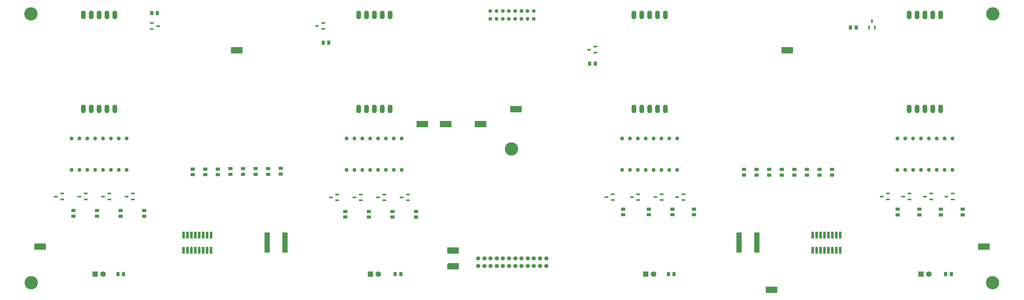
<source format=gbr>
%TF.GenerationSoftware,KiCad,Pcbnew,8.0.8-8.0.8-0~ubuntu24.04.1*%
%TF.CreationDate,2025-08-07T17:00:54-04:00*%
%TF.ProjectId,display_15_in,64697370-6c61-4795-9f31-355f696e2e6b,2*%
%TF.SameCoordinates,Original*%
%TF.FileFunction,Soldermask,Top*%
%TF.FilePolarity,Negative*%
%FSLAX46Y46*%
G04 Gerber Fmt 4.6, Leading zero omitted, Abs format (unit mm)*
G04 Created by KiCad (PCBNEW 8.0.8-8.0.8-0~ubuntu24.04.1) date 2025-08-07 17:00:54*
%MOMM*%
%LPD*%
G01*
G04 APERTURE LIST*
G04 Aperture macros list*
%AMRoundRect*
0 Rectangle with rounded corners*
0 $1 Rounding radius*
0 $2 $3 $4 $5 $6 $7 $8 $9 X,Y pos of 4 corners*
0 Add a 4 corners polygon primitive as box body*
4,1,4,$2,$3,$4,$5,$6,$7,$8,$9,$2,$3,0*
0 Add four circle primitives for the rounded corners*
1,1,$1+$1,$2,$3*
1,1,$1+$1,$4,$5*
1,1,$1+$1,$6,$7*
1,1,$1+$1,$8,$9*
0 Add four rect primitives between the rounded corners*
20,1,$1+$1,$2,$3,$4,$5,0*
20,1,$1+$1,$4,$5,$6,$7,0*
20,1,$1+$1,$6,$7,$8,$9,0*
20,1,$1+$1,$8,$9,$2,$3,0*%
%AMOutline5P*
0 Free polygon, 5 corners , with rotation*
0 The origin of the aperture is its center*
0 number of corners: always 5*
0 $1 to $10 corner X, Y*
0 $11 Rotation angle, in degrees counterclockwise*
0 create outline with 5 corners*
4,1,5,$1,$2,$3,$4,$5,$6,$7,$8,$9,$10,$1,$2,$11*%
%AMOutline6P*
0 Free polygon, 6 corners , with rotation*
0 The origin of the aperture is its center*
0 number of corners: always 6*
0 $1 to $12 corner X, Y*
0 $13 Rotation angle, in degrees counterclockwise*
0 create outline with 6 corners*
4,1,6,$1,$2,$3,$4,$5,$6,$7,$8,$9,$10,$11,$12,$1,$2,$13*%
%AMOutline7P*
0 Free polygon, 7 corners , with rotation*
0 The origin of the aperture is its center*
0 number of corners: always 7*
0 $1 to $14 corner X, Y*
0 $15 Rotation angle, in degrees counterclockwise*
0 create outline with 7 corners*
4,1,7,$1,$2,$3,$4,$5,$6,$7,$8,$9,$10,$11,$12,$13,$14,$1,$2,$15*%
%AMOutline8P*
0 Free polygon, 8 corners , with rotation*
0 The origin of the aperture is its center*
0 number of corners: always 8*
0 $1 to $16 corner X, Y*
0 $17 Rotation angle, in degrees counterclockwise*
0 create outline with 8 corners*
4,1,8,$1,$2,$3,$4,$5,$6,$7,$8,$9,$10,$11,$12,$13,$14,$15,$16,$1,$2,$17*%
G04 Aperture macros list end*
%ADD10RoundRect,0.250000X-0.450000X0.262500X-0.450000X-0.262500X0.450000X-0.262500X0.450000X0.262500X0*%
%ADD11C,1.270000*%
%ADD12R,1.800000X1.800000*%
%ADD13C,1.800000*%
%ADD14C,4.300000*%
%ADD15RoundRect,0.250000X0.450000X-0.262500X0.450000X0.262500X-0.450000X0.262500X-0.450000X-0.262500X0*%
%ADD16R,1.168400X0.533400*%
%ADD17R,3.800000X2.000000*%
%ADD18O,1.512000X2.820000*%
%ADD19RoundRect,0.100500X0.301500X-0.986500X0.301500X0.986500X-0.301500X0.986500X-0.301500X-0.986500X0*%
%ADD20RoundRect,0.250000X0.262500X0.450000X-0.262500X0.450000X-0.262500X-0.450000X0.262500X-0.450000X0*%
%ADD21RoundRect,0.250000X-0.262500X-0.450000X0.262500X-0.450000X0.262500X0.450000X-0.262500X0.450000X0*%
%ADD22R,0.533400X1.168400*%
%ADD23C,1.219200*%
%ADD24RoundRect,0.076750X0.810250X0.230250X-0.810250X0.230250X-0.810250X-0.230250X0.810250X-0.230250X0*%
%ADD25RoundRect,0.076750X-0.810250X-0.230250X0.810250X-0.230250X0.810250X0.230250X-0.810250X0.230250X0*%
%ADD26C,1.346200*%
%ADD27Outline5P,-1.900000X0.600000X-1.500000X1.000000X1.900000X1.000000X1.900000X-1.000000X-1.900000X-1.000000X0.000000*%
G04 APERTURE END LIST*
D10*
%TO.C,R9*%
X262763000Y-150274000D03*
X262763000Y-152099000D03*
%TD*%
%TO.C,R4*%
X92202000Y-150719099D03*
X92202000Y-152544099D03*
%TD*%
D11*
%TO.C,T4*%
X343027000Y-137621000D03*
X345567000Y-137621000D03*
X348107000Y-137621000D03*
X350647000Y-137621000D03*
X353187000Y-137621000D03*
X355727000Y-137621000D03*
X358267000Y-137621000D03*
X360807000Y-137621000D03*
X360807000Y-127461000D03*
X358267000Y-127461000D03*
X355727000Y-127461000D03*
X353187000Y-127461000D03*
X350647000Y-127461000D03*
X348107000Y-127461000D03*
X345567000Y-127461000D03*
X343027000Y-127461000D03*
%TD*%
D12*
%TO.C,PT2*%
X172842000Y-171276000D03*
D13*
X175382000Y-171276000D03*
%TD*%
D14*
%TO.C,REF\u002A\u002A*%
X373761000Y-174117000D03*
%TD*%
D15*
%TO.C,R25*%
X313794707Y-139272000D03*
X313794707Y-137447000D03*
%TD*%
D16*
%TO.C,M1*%
X80873600Y-147146000D03*
X80873600Y-145245998D03*
X78841600Y-146195999D03*
%TD*%
D12*
%TO.C,PT3*%
X261742000Y-171276000D03*
D13*
X264282000Y-171276000D03*
%TD*%
D17*
%TO.C,GND1*%
X370967000Y-162386000D03*
%TD*%
D14*
%TO.C,REF\u002A\u002A*%
X373888000Y-87122000D03*
%TD*%
%TO.C,REF\u002A\u002A*%
X218440000Y-130810000D03*
%TD*%
%TO.C,REF\u002A\u002A*%
X63309501Y-174117000D03*
%TD*%
D18*
%TO.C,U7*%
X169037000Y-117896000D03*
X171577000Y-117896000D03*
X174117000Y-117896000D03*
X176657000Y-117896000D03*
X179197000Y-117896000D03*
X169037000Y-87496000D03*
X171577000Y-87496000D03*
X174117000Y-87496000D03*
X176657000Y-87496000D03*
X179197000Y-87496000D03*
%TD*%
D19*
%TO.C,U4*%
X112522000Y-163591000D03*
X113792000Y-163591000D03*
X115062000Y-163591000D03*
X116332000Y-163591000D03*
X117602000Y-163591000D03*
X118872000Y-163591000D03*
X120142000Y-163591000D03*
X121412000Y-163591000D03*
X121412000Y-158641000D03*
X120142000Y-158641000D03*
X118872000Y-158641000D03*
X117602000Y-158641000D03*
X116332000Y-158641000D03*
X115062000Y-158641000D03*
X113792000Y-158641000D03*
X112522000Y-158641000D03*
%TD*%
D16*
%TO.C,M11*%
X273939000Y-147348002D03*
X273939000Y-145448000D03*
X271907000Y-146398001D03*
%TD*%
D20*
%TO.C,R35*%
X245491000Y-103204000D03*
X243666000Y-103204000D03*
%TD*%
D17*
%TO.C,PA13*%
X208407000Y-122802658D03*
%TD*%
D10*
%TO.C,R8*%
X179959000Y-151036000D03*
X179959000Y-152861000D03*
%TD*%
D20*
%TO.C,R36*%
X329715500Y-91520000D03*
X327890500Y-91520000D03*
%TD*%
D16*
%TO.C,M3*%
X96113600Y-147146000D03*
X96113600Y-145245998D03*
X94081600Y-146195999D03*
%TD*%
D10*
%TO.C,R7*%
X187579000Y-151036000D03*
X187579000Y-152861000D03*
%TD*%
D17*
%TO.C,PA12*%
X197196851Y-122802658D03*
%TD*%
D10*
%TO.C,R12*%
X270383000Y-150274000D03*
X270383000Y-152099000D03*
%TD*%
D21*
%TO.C,R34*%
X157594694Y-96476779D03*
X159419694Y-96476779D03*
%TD*%
D10*
%TO.C,R16*%
X357124000Y-150321000D03*
X357124000Y-152146000D03*
%TD*%
D16*
%TO.C,M13*%
X346964000Y-147141002D03*
X346964000Y-145241000D03*
X344932000Y-146191001D03*
%TD*%
D10*
%TO.C,R15*%
X364109000Y-150321000D03*
X364109000Y-152146000D03*
%TD*%
D15*
%TO.C,R21*%
X123571001Y-139121500D03*
X123571001Y-137296500D03*
%TD*%
D10*
%TO.C,R6*%
X164719000Y-151036000D03*
X164719000Y-152861000D03*
%TD*%
%TO.C,R5*%
X172339000Y-151036000D03*
X172339000Y-152861000D03*
%TD*%
D15*
%TO.C,R20*%
X115443001Y-139121500D03*
X115443001Y-137296500D03*
%TD*%
%TO.C,R31*%
X297538707Y-139272000D03*
X297538707Y-137447000D03*
%TD*%
D22*
%TO.C,M20*%
X333883000Y-91520000D03*
X335783002Y-91520000D03*
X334833001Y-89488000D03*
%TD*%
D10*
%TO.C,R1*%
X84582000Y-150719099D03*
X84582000Y-152544099D03*
%TD*%
D16*
%TO.C,M7*%
X184937400Y-147445802D03*
X184937400Y-145545800D03*
X182905400Y-146495801D03*
%TD*%
%TO.C,M12*%
X266954000Y-147348002D03*
X266954000Y-145448000D03*
X264922000Y-146398001D03*
%TD*%
%TO.C,M2*%
X73253600Y-147146000D03*
X73253600Y-145245998D03*
X71221600Y-146195999D03*
%TD*%
%TO.C,M18*%
X157607000Y-91962001D03*
X157607000Y-90061999D03*
X155575000Y-91012000D03*
%TD*%
D10*
%TO.C,R13*%
X350139000Y-150321000D03*
X350139000Y-152146000D03*
%TD*%
D17*
%TO.C,PA14*%
X219837000Y-117936000D03*
%TD*%
D11*
%TO.C,T1*%
X76301600Y-137597500D03*
X78841600Y-137597500D03*
X81381600Y-137597500D03*
X83921600Y-137597500D03*
X86461600Y-137597500D03*
X89001600Y-137597500D03*
X91541600Y-137597500D03*
X94081600Y-137597500D03*
X94081600Y-127437500D03*
X91541600Y-127437500D03*
X89001600Y-127437500D03*
X86461600Y-127437500D03*
X83921600Y-127437500D03*
X81381600Y-127437500D03*
X78841600Y-127437500D03*
X76301600Y-127437500D03*
%TD*%
D21*
%TO.C,R43*%
X269089500Y-171276000D03*
X270914500Y-171276000D03*
%TD*%
D16*
%TO.C,M10*%
X251079000Y-147334001D03*
X251079000Y-145433999D03*
X249047000Y-146384000D03*
%TD*%
D15*
%TO.C,R29*%
X301602707Y-139272000D03*
X301602707Y-137447000D03*
%TD*%
D14*
%TO.C,REF\u002A\u002A*%
X63246000Y-87122000D03*
%TD*%
D18*
%TO.C,U6*%
X80137000Y-117896000D03*
X82677000Y-117896000D03*
X85217000Y-117896000D03*
X87757000Y-117896000D03*
X90297000Y-117896000D03*
X80137000Y-87496000D03*
X82677000Y-87496000D03*
X85217000Y-87496000D03*
X87757000Y-87496000D03*
X90297000Y-87496000D03*
%TD*%
D17*
%TO.C,GND7*%
X129667000Y-98886000D03*
%TD*%
D15*
%TO.C,R30*%
X321922707Y-139272000D03*
X321922707Y-137447000D03*
%TD*%
D21*
%TO.C,R44*%
X358624500Y-171276000D03*
X360449500Y-171276000D03*
%TD*%
D17*
%TO.C,GND6*%
X307467000Y-98886000D03*
%TD*%
D16*
%TO.C,M14*%
X339979000Y-147141002D03*
X339979000Y-145241000D03*
X337947000Y-146191001D03*
%TD*%
D17*
%TO.C,GND8*%
X199517000Y-163656000D03*
%TD*%
D18*
%TO.C,U8*%
X257937000Y-117896000D03*
X260477000Y-117896000D03*
X263017000Y-117896000D03*
X265557000Y-117896000D03*
X268097000Y-117896000D03*
X257937000Y-87496000D03*
X260477000Y-87496000D03*
X263017000Y-87496000D03*
X265557000Y-87496000D03*
X268097000Y-87496000D03*
%TD*%
D16*
%TO.C,M6*%
X162077400Y-147445802D03*
X162077400Y-145545800D03*
X160045400Y-146495801D03*
%TD*%
%TO.C,M9*%
X259334000Y-147348002D03*
X259334000Y-145448000D03*
X257302000Y-146398001D03*
%TD*%
D15*
%TO.C,R27*%
X309730707Y-139272000D03*
X309730707Y-137447000D03*
%TD*%
D21*
%TO.C,R41*%
X91289500Y-171276000D03*
X93114500Y-171276000D03*
%TD*%
D11*
%TO.C,T3*%
X254127000Y-137574000D03*
X256667000Y-137574000D03*
X259207000Y-137574000D03*
X261747000Y-137574000D03*
X264287000Y-137574000D03*
X266827000Y-137574000D03*
X269367000Y-137574000D03*
X271907000Y-137574000D03*
X271907000Y-127414000D03*
X269367000Y-127414000D03*
X266827000Y-127414000D03*
X264287000Y-127414000D03*
X261747000Y-127414000D03*
X259207000Y-127414000D03*
X256667000Y-127414000D03*
X254127000Y-127414000D03*
%TD*%
D10*
%TO.C,R10*%
X254508000Y-150274000D03*
X254508000Y-152099000D03*
%TD*%
D17*
%TO.C,GND5*%
X302387000Y-176356000D03*
%TD*%
D15*
%TO.C,R19*%
X131699000Y-139018000D03*
X131699000Y-137193000D03*
%TD*%
%TO.C,R22*%
X143890999Y-138914500D03*
X143890999Y-137089500D03*
%TD*%
%TO.C,R17*%
X135763000Y-139018000D03*
X135763000Y-137193000D03*
%TD*%
%TO.C,R24*%
X139827000Y-139018000D03*
X139827000Y-137193000D03*
%TD*%
D16*
%TO.C,M16*%
X353949000Y-147141002D03*
X353949000Y-145241000D03*
X351917000Y-146191001D03*
%TD*%
%TO.C,M4*%
X88493600Y-147146000D03*
X88493600Y-145245998D03*
X86461600Y-146195999D03*
%TD*%
D23*
%TO.C,U1*%
X225583886Y-88726000D03*
X223583887Y-88726000D03*
X221583886Y-88726000D03*
X219583887Y-88726000D03*
X217583886Y-88726000D03*
X215583888Y-88726000D03*
X213583887Y-88726000D03*
X211583886Y-88726000D03*
X225583886Y-86186000D03*
X223583887Y-86186000D03*
X221583886Y-86186000D03*
X219583887Y-86186000D03*
X217583886Y-86186000D03*
X215583888Y-86186000D03*
X213583887Y-86186000D03*
X211583886Y-86186000D03*
%TD*%
D24*
%TO.C,U2*%
X145237000Y-164041000D03*
X145237000Y-163391000D03*
X145237000Y-162741000D03*
X145237000Y-162091000D03*
X145237000Y-161441000D03*
X145237000Y-160791000D03*
X145237000Y-160141000D03*
X145237000Y-159491000D03*
X145237000Y-158841000D03*
X145237000Y-158191000D03*
X139497000Y-158191000D03*
X139497000Y-158841000D03*
X139497000Y-159491000D03*
X139497000Y-160141000D03*
X139497000Y-160791000D03*
X139497000Y-161441000D03*
X139497000Y-162091000D03*
X139497000Y-162741000D03*
X139497000Y-163391000D03*
X139497000Y-164041000D03*
%TD*%
D15*
%TO.C,R28*%
X293474707Y-139272000D03*
X293474707Y-137447000D03*
%TD*%
D17*
%TO.C,PA11*%
X189635301Y-122807644D03*
%TD*%
D25*
%TO.C,U3*%
X291897000Y-158191000D03*
X291897000Y-158841000D03*
X291897000Y-159491000D03*
X291897000Y-160141000D03*
X291897000Y-160791000D03*
X291897000Y-161441000D03*
X291897000Y-162091000D03*
X291897000Y-162741000D03*
X291897000Y-163391000D03*
X291897000Y-164041000D03*
X297637000Y-164041000D03*
X297637000Y-163391000D03*
X297637000Y-162741000D03*
X297637000Y-162091000D03*
X297637000Y-161441000D03*
X297637000Y-160791000D03*
X297637000Y-160141000D03*
X297637000Y-159491000D03*
X297637000Y-158841000D03*
X297637000Y-158191000D03*
%TD*%
D16*
%TO.C,M19*%
X245491000Y-99648000D03*
X245491000Y-97747998D03*
X243459000Y-98697999D03*
%TD*%
D19*
%TO.C,U5*%
X315722000Y-163591000D03*
X316992000Y-163591000D03*
X318262000Y-163591000D03*
X319532000Y-163591000D03*
X320802000Y-163591000D03*
X322072000Y-163591000D03*
X323342000Y-163591000D03*
X324612000Y-163591000D03*
X324612000Y-158641000D03*
X323342000Y-158641000D03*
X322072000Y-158641000D03*
X320802000Y-158641000D03*
X319532000Y-158641000D03*
X318262000Y-158641000D03*
X316992000Y-158641000D03*
X315722000Y-158641000D03*
%TD*%
D16*
%TO.C,M5*%
X169697400Y-147445802D03*
X169697400Y-145545800D03*
X167665400Y-146495801D03*
%TD*%
D10*
%TO.C,R11*%
X277368000Y-150274000D03*
X277368000Y-152099000D03*
%TD*%
D15*
%TO.C,R18*%
X127635000Y-139018000D03*
X127635000Y-137193000D03*
%TD*%
D16*
%TO.C,M17*%
X102235000Y-90127998D03*
X102235000Y-92028000D03*
X104267000Y-91077999D03*
%TD*%
D26*
%TO.C,J1*%
X229643641Y-168696000D03*
X229643641Y-166196000D03*
X227643640Y-168696000D03*
X227643640Y-166196000D03*
X225643642Y-168696000D03*
X225643642Y-166196000D03*
X223643640Y-168696000D03*
X223643640Y-166196000D03*
X221643642Y-168696000D03*
X221643642Y-166196000D03*
X219643641Y-168696000D03*
X219643641Y-166196000D03*
X217643640Y-168696000D03*
X217643640Y-166196000D03*
X215643641Y-168696000D03*
X215643641Y-166196000D03*
X213643640Y-168696000D03*
X213643640Y-166196000D03*
X211643642Y-168696000D03*
X211643642Y-166196000D03*
X209643641Y-168696000D03*
X209643641Y-166196000D03*
X207643642Y-168696000D03*
X207643642Y-166196000D03*
%TD*%
D21*
%TO.C,R42*%
X180824500Y-171276000D03*
X182649500Y-171276000D03*
%TD*%
D15*
%TO.C,R32*%
X317858707Y-139272000D03*
X317858707Y-137447000D03*
%TD*%
D10*
%TO.C,R3*%
X99822000Y-150719099D03*
X99822000Y-152544099D03*
%TD*%
D12*
%TO.C,PT1*%
X83942000Y-171276000D03*
D13*
X86482000Y-171276000D03*
%TD*%
D16*
%TO.C,M15*%
X360934000Y-147141002D03*
X360934000Y-145241000D03*
X358902000Y-146191001D03*
%TD*%
D18*
%TO.C,U9*%
X346837000Y-117896000D03*
X349377000Y-117896000D03*
X351917000Y-117896000D03*
X354457000Y-117896000D03*
X356997000Y-117896000D03*
X346837000Y-87496000D03*
X349377000Y-87496000D03*
X351917000Y-87496000D03*
X354457000Y-87496000D03*
X356997000Y-87496000D03*
%TD*%
D10*
%TO.C,R14*%
X343154000Y-150321000D03*
X343154000Y-152146000D03*
%TD*%
D12*
%TO.C,PT4*%
X350642000Y-171276000D03*
D13*
X353182000Y-171276000D03*
%TD*%
D27*
%TO.C,3V4*%
X199517000Y-168736000D03*
%TD*%
D15*
%TO.C,R23*%
X119507001Y-139121500D03*
X119507001Y-137296500D03*
%TD*%
D21*
%TO.C,R33*%
X102214089Y-86891818D03*
X104039089Y-86891818D03*
%TD*%
D17*
%TO.C,GND2*%
X66167000Y-162386000D03*
%TD*%
D15*
%TO.C,R26*%
X305666707Y-139272000D03*
X305666707Y-137447000D03*
%TD*%
D11*
%TO.C,T2*%
X165125400Y-137621000D03*
X167665400Y-137621000D03*
X170205400Y-137621000D03*
X172745400Y-137621000D03*
X175285400Y-137621000D03*
X177825400Y-137621000D03*
X180365400Y-137621000D03*
X182905400Y-137621000D03*
X182905400Y-127461000D03*
X180365400Y-127461000D03*
X177825400Y-127461000D03*
X175285400Y-127461000D03*
X172745400Y-127461000D03*
X170205400Y-127461000D03*
X167665400Y-127461000D03*
X165125400Y-127461000D03*
%TD*%
D16*
%TO.C,M8*%
X177317400Y-147445802D03*
X177317400Y-145545800D03*
X175285400Y-146495801D03*
%TD*%
D10*
%TO.C,R2*%
X76962000Y-150719099D03*
X76962000Y-152544099D03*
%TD*%
M02*

</source>
